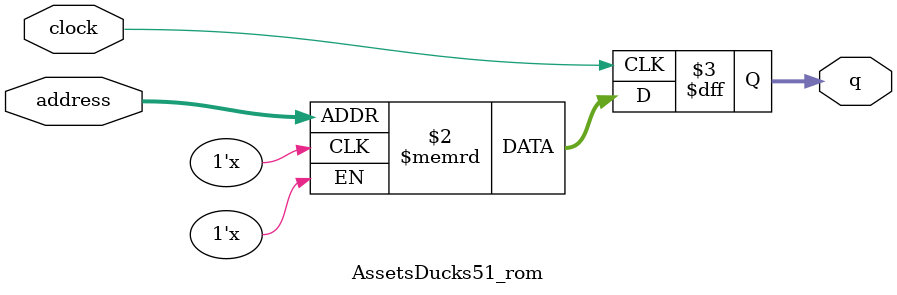
<source format=sv>
module AssetsDucks51_rom (
	input logic clock,
	input logic [11:0] address,
	output logic [3:0] q
);

logic [3:0] memory [0:4095] /* synthesis ram_init_file = "./AssetsDucks51/AssetsDucks51.mif" */;

always_ff @ (posedge clock) begin
	q <= memory[address];
end

endmodule

</source>
